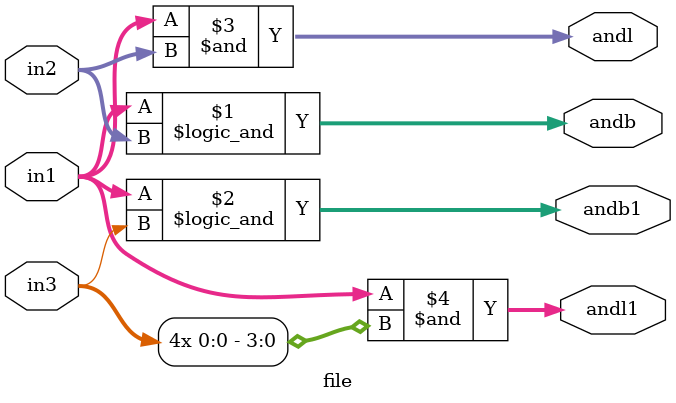
<source format=v>
module file(
input [3:0] in1,in2,
input in3,
output [3:0] andl,andl1,andb,andb1
);
assign andb= (in1&&in2);
assign andb1= (in1&&in3);
assign andl= (in1&in2);
assign andl1= (in1&{in3,in3,in3,in3});

endmodule
</source>
